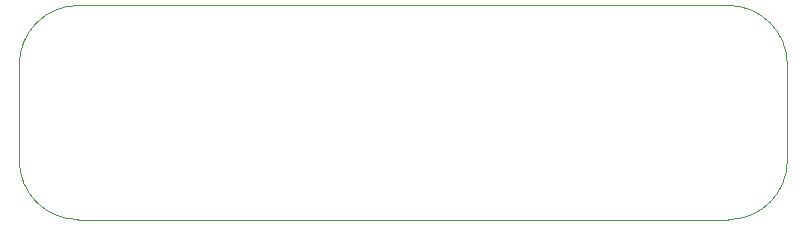
<source format=gko>
G04*
G04 #@! TF.GenerationSoftware,Altium Limited,Altium Designer,20.1.8 (145)*
G04*
G04 Layer_Color=16711935*
%FSLAX25Y25*%
%MOIN*%
G70*
G04*
G04 #@! TF.SameCoordinates,ADFB47FA-FD8B-4379-A6DC-C8A90555AE01*
G04*
G04*
G04 #@! TF.FilePolarity,Positive*
G04*
G01*
G75*
%ADD56C,0.00050*%
D56*
X594800Y348867D02*
G03*
X575115Y329182I0J-19685D01*
G01*
Y297185D02*
G03*
X594800Y277500I19685J0D01*
G01*
X831143Y329182D02*
G03*
X811458Y348867I-19685J0D01*
G01*
Y277500D02*
G03*
X831143Y297185I0J19685D01*
G01*
X575115D02*
Y329182D01*
X831143Y297185D02*
Y329182D01*
X594800Y348867D02*
X811458Y348867D01*
X594800Y277500D02*
X811458Y277500D01*
M02*

</source>
